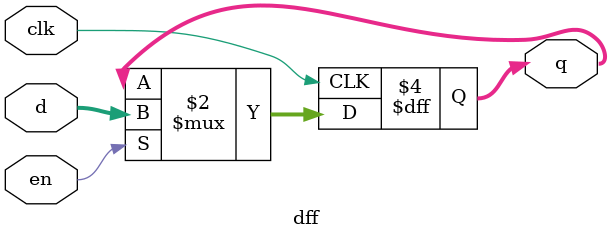
<source format=sv>


module dff (
  input logic clk,
  input logic en,
  input logic [3:0] d,
  output logic[3:0] q
);

always @(posedge clk) begin
  if(en)
  q <= d;
end

endmodule: dff

</source>
